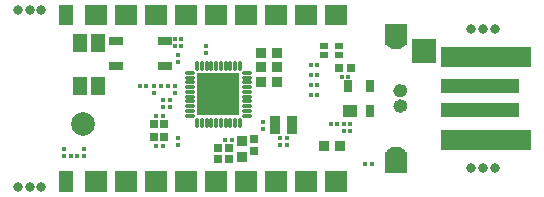
<source format=gts>
G04*
G04 #@! TF.GenerationSoftware,Altium Limited,Altium Designer,21.7.2 (23)*
G04*
G04 Layer_Color=8388736*
%FSLAX24Y24*%
%MOIN*%
G70*
G04*
G04 #@! TF.SameCoordinates,43C8A9C3-E03B-469C-A9E8-94EB88380565*
G04*
G04*
G04 #@! TF.FilePolarity,Negative*
G04*
G01*
G75*
%ADD34C,0.0240*%
%ADD35R,0.3020X0.0660*%
%ADD36R,0.2620X0.0460*%
%ADD37C,0.0769*%
%ADD38C,0.0139*%
%ADD39R,0.0166X0.0178*%
%ADD40R,0.0316X0.0257*%
%ADD41R,0.0375X0.0355*%
%ADD42C,0.0787*%
%ADD43R,0.0787X0.0787*%
%ADD44R,0.0178X0.0166*%
%ADD45R,0.0157X0.0146*%
%ADD46R,0.0296X0.0257*%
%ADD47R,0.0355X0.0375*%
%ADD48R,0.0257X0.0296*%
%ADD49R,0.0146X0.0157*%
%ADD50R,0.0355X0.0611*%
%ADD51R,0.0277X0.0316*%
%ADD52R,0.0473X0.0611*%
%ADD53R,0.0473X0.0316*%
%ADD54R,0.0257X0.0217*%
%ADD55R,0.0360X0.0380*%
%ADD56R,0.0296X0.0395*%
%ADD57R,0.0454X0.0395*%
%ADD58R,0.1438X0.1438*%
%ADD59O,0.0139X0.0395*%
%ADD60O,0.0395X0.0139*%
%ADD61R,0.0769X0.0592*%
%ADD62R,0.0769X0.0158*%
%ADD63R,0.0500X0.0158*%
%ADD64R,0.0500X0.0592*%
%ADD65C,0.0316*%
D34*
X13485Y3256D02*
G03*
X13485Y3256I-110J0D01*
G01*
X13507D02*
G03*
X13507Y3256I-110J0D01*
G01*
X13485Y2744D02*
G03*
X13485Y2744I-110J0D01*
G01*
X13507D02*
G03*
X13507Y2744I-110J0D01*
G01*
D35*
X16236Y4382D02*
D03*
Y1624D02*
D03*
D36*
X16037Y3398D02*
D03*
Y2604D02*
D03*
D37*
X13250Y5000D02*
D03*
Y1000D02*
D03*
Y5000D02*
D03*
Y1000D02*
D03*
D38*
X13253Y3256D02*
D03*
X13519D02*
D03*
X13253Y2744D02*
D03*
X13519D02*
D03*
D39*
X10622Y4120D02*
D03*
X10398D02*
D03*
X10622Y3787D02*
D03*
X10398D02*
D03*
X10622Y3453D02*
D03*
X10398D02*
D03*
X10622Y3120D02*
D03*
X10398D02*
D03*
X6087Y4983D02*
D03*
X5862D02*
D03*
X2398Y1080D02*
D03*
X2622D02*
D03*
X4915Y3413D02*
D03*
X4691D02*
D03*
X5624D02*
D03*
X5400D02*
D03*
X12442Y830D02*
D03*
X12218D02*
D03*
X11722Y2160D02*
D03*
X11498D02*
D03*
X5861Y4747D02*
D03*
X6086D02*
D03*
X11652Y3720D02*
D03*
X11428D02*
D03*
X11282Y2160D02*
D03*
X11058D02*
D03*
X11722Y1930D02*
D03*
X11498D02*
D03*
X7770Y1606D02*
D03*
X7546D02*
D03*
X5471Y2723D02*
D03*
X5695D02*
D03*
X5241Y1423D02*
D03*
X5465D02*
D03*
X5465Y2423D02*
D03*
X5241D02*
D03*
D40*
X7676Y992D02*
D03*
X7302D02*
D03*
D41*
X8110Y1061D02*
D03*
Y1593D02*
D03*
D42*
X2820Y2150D02*
D03*
D43*
X14173Y4575D02*
D03*
D44*
X2170Y1088D02*
D03*
Y1312D02*
D03*
X9606Y1461D02*
D03*
Y1685D02*
D03*
X9370Y1461D02*
D03*
Y1685D02*
D03*
X5984Y1441D02*
D03*
Y1665D02*
D03*
Y4438D02*
D03*
Y4213D02*
D03*
X6900Y4746D02*
D03*
Y4522D02*
D03*
X8809Y1992D02*
D03*
Y2217D02*
D03*
X5157Y3407D02*
D03*
Y3183D02*
D03*
X5866Y3407D02*
D03*
Y3183D02*
D03*
D45*
X2850Y1078D02*
D03*
Y1302D02*
D03*
D46*
X11747Y4020D02*
D03*
X11353D02*
D03*
X7293Y1331D02*
D03*
X7687D02*
D03*
D47*
X8750Y4528D02*
D03*
X9281D02*
D03*
X8740Y4033D02*
D03*
X9272D02*
D03*
X8740Y3532D02*
D03*
X9272D02*
D03*
D48*
X8504Y1248D02*
D03*
Y1642D02*
D03*
D49*
X5695Y2953D02*
D03*
X5471D02*
D03*
D50*
X9203Y2124D02*
D03*
X9774D02*
D03*
D51*
X5520Y2159D02*
D03*
X5186D02*
D03*
Y1706D02*
D03*
X5520Y1706D02*
D03*
D52*
X2722Y3421D02*
D03*
X3293D02*
D03*
Y4839D02*
D03*
X2722D02*
D03*
D53*
X3906Y4914D02*
D03*
X5539Y4914D02*
D03*
X3906Y4067D02*
D03*
X5539Y4067D02*
D03*
D54*
X11356Y4738D02*
D03*
X10844D02*
D03*
Y4462D02*
D03*
X11356D02*
D03*
D55*
X10825Y1400D02*
D03*
X11375D02*
D03*
D56*
X11626Y3404D02*
D03*
X12374D02*
D03*
Y2596D02*
D03*
D57*
X11705D02*
D03*
D58*
X7323Y3138D02*
D03*
D59*
X8031Y2193D02*
D03*
X7874D02*
D03*
X7717D02*
D03*
X7559D02*
D03*
X7402D02*
D03*
X7244D02*
D03*
X7087D02*
D03*
X6929D02*
D03*
X6772D02*
D03*
X6614D02*
D03*
Y4083D02*
D03*
X6772D02*
D03*
X6929D02*
D03*
X7087D02*
D03*
X7244D02*
D03*
X7402D02*
D03*
X7559D02*
D03*
X7717D02*
D03*
X7874D02*
D03*
X8031D02*
D03*
D60*
X6378Y2429D02*
D03*
Y2587D02*
D03*
Y2744D02*
D03*
Y2902D02*
D03*
Y3059D02*
D03*
Y3217D02*
D03*
Y3374D02*
D03*
Y3532D02*
D03*
Y3689D02*
D03*
Y3846D02*
D03*
X8268D02*
D03*
Y3689D02*
D03*
Y3532D02*
D03*
Y3374D02*
D03*
Y3217D02*
D03*
Y3059D02*
D03*
Y2902D02*
D03*
Y2744D02*
D03*
Y2587D02*
D03*
Y2429D02*
D03*
D61*
X10250Y266D02*
D03*
X11250D02*
D03*
X13250Y5081D02*
D03*
Y919D02*
D03*
X9250Y266D02*
D03*
X10250Y5734D02*
D03*
X8250Y266D02*
D03*
X7250D02*
D03*
X6250D02*
D03*
X5250D02*
D03*
Y5734D02*
D03*
X6250D02*
D03*
X7250D02*
D03*
X11250D02*
D03*
X3250D02*
D03*
X4250D02*
D03*
X9250D02*
D03*
X8250D02*
D03*
X3250Y266D02*
D03*
X4250D02*
D03*
D62*
X10250Y-50D02*
D03*
X11250D02*
D03*
X13250Y5416D02*
D03*
Y584D02*
D03*
X9250Y-50D02*
D03*
X10250Y6050D02*
D03*
X8250Y-50D02*
D03*
X7250D02*
D03*
X6250D02*
D03*
X5250D02*
D03*
Y6050D02*
D03*
X6250D02*
D03*
X7250D02*
D03*
X11250D02*
D03*
X3250D02*
D03*
X4250D02*
D03*
X9250D02*
D03*
X8250D02*
D03*
X3250Y-50D02*
D03*
X4250D02*
D03*
D63*
X2250Y6050D02*
D03*
Y-50D02*
D03*
D64*
Y5734D02*
D03*
Y266D02*
D03*
D65*
X15748Y5327D02*
D03*
X16535D02*
D03*
X16142D02*
D03*
Y673D02*
D03*
X16535D02*
D03*
X15748D02*
D03*
X630Y39D02*
D03*
X1417D02*
D03*
X1024D02*
D03*
Y5961D02*
D03*
X1417D02*
D03*
X630D02*
D03*
M02*

</source>
